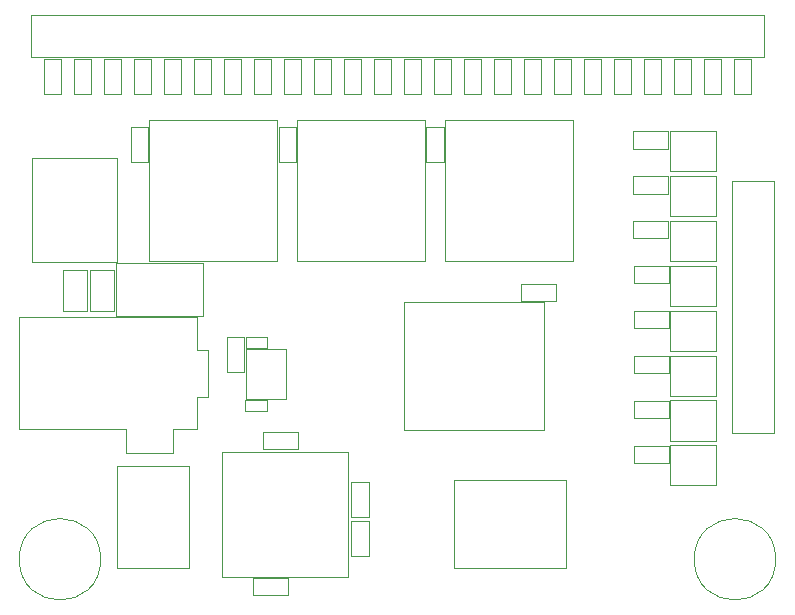
<source format=gbr>
%TF.GenerationSoftware,KiCad,Pcbnew,8.0.1*%
%TF.CreationDate,2024-04-26T21:38:42+06:30*%
%TF.ProjectId,Project,50726f6a-6563-4742-9e6b-696361645f70,1.0*%
%TF.SameCoordinates,PX60e4b00PY853a720*%
%TF.FileFunction,Other,User*%
%FSLAX46Y46*%
G04 Gerber Fmt 4.6, Leading zero omitted, Abs format (unit mm)*
G04 Created by KiCad (PCBNEW 8.0.1) date 2024-04-26 21:38:42*
%MOMM*%
%LPD*%
G01*
G04 APERTURE LIST*
%ADD10C,0.050000*%
G04 APERTURE END LIST*
D10*
%TO.C,H1*%
X7260000Y3810000D02*
G75*
G02*
X360000Y3810000I-3450000J0D01*
G01*
X360000Y3810000D02*
G75*
G02*
X7260000Y3810000I3450000J0D01*
G01*
%TO.C,Q3*%
X55484000Y32457644D02*
X55484000Y29057644D01*
X55484000Y29057644D02*
X59324000Y29057644D01*
X59324000Y32457644D02*
X55484000Y32457644D01*
X59324000Y29057644D02*
X59324000Y32457644D01*
%TO.C,Y1*%
X19520800Y21589600D02*
X19520800Y17389600D01*
X19520800Y17389600D02*
X22920800Y17389600D01*
X22920800Y21589600D02*
X19520800Y21589600D01*
X22920800Y17389600D02*
X22920800Y21589600D01*
%TO.C,R4*%
X10065000Y46184000D02*
X11525000Y46184000D01*
X10065000Y43224000D02*
X10065000Y46184000D01*
X11525000Y46184000D02*
X11525000Y43224000D01*
X11525000Y43224000D02*
X10065000Y43224000D01*
%TO.C,R3*%
X7525000Y46184000D02*
X8985000Y46184000D01*
X7525000Y43224000D02*
X7525000Y46184000D01*
X8985000Y46184000D02*
X8985000Y43224000D01*
X8985000Y43224000D02*
X7525000Y43224000D01*
%TO.C,R13*%
X32925000Y46184000D02*
X34385000Y46184000D01*
X32925000Y43224000D02*
X32925000Y46184000D01*
X34385000Y46184000D02*
X34385000Y43224000D01*
X34385000Y43224000D02*
X32925000Y43224000D01*
%TO.C,R10*%
X25305000Y46184000D02*
X26765000Y46184000D01*
X25305000Y43224000D02*
X25305000Y46184000D01*
X26765000Y46184000D02*
X26765000Y43224000D01*
X26765000Y43224000D02*
X25305000Y43224000D01*
%TO.C,C8*%
X22320500Y40392800D02*
X23780500Y40392800D01*
X22320500Y37432800D02*
X22320500Y40392800D01*
X23780500Y40392800D02*
X23780500Y37432800D01*
X23780500Y37432800D02*
X22320500Y37432800D01*
%TO.C,R12*%
X30385000Y46184000D02*
X31845000Y46184000D01*
X30385000Y43224000D02*
X30385000Y46184000D01*
X31845000Y46184000D02*
X31845000Y43224000D01*
X31845000Y43224000D02*
X30385000Y43224000D01*
%TO.C,R5*%
X12605000Y46184000D02*
X14065000Y46184000D01*
X12605000Y43224000D02*
X12605000Y46184000D01*
X14065000Y46184000D02*
X14065000Y43224000D01*
X14065000Y43224000D02*
X12605000Y43224000D01*
%TO.C,R33*%
X17950800Y22595200D02*
X19410800Y22595200D01*
X17950800Y19635200D02*
X17950800Y22595200D01*
X19410800Y22595200D02*
X19410800Y19635200D01*
X19410800Y19635200D02*
X17950800Y19635200D01*
%TO.C,R24*%
X60865000Y46184000D02*
X62325000Y46184000D01*
X60865000Y43224000D02*
X60865000Y46184000D01*
X62325000Y46184000D02*
X62325000Y43224000D01*
X62325000Y43224000D02*
X60865000Y43224000D01*
%TO.C,R31*%
X52438000Y17239932D02*
X55398000Y17239932D01*
X52438000Y15779932D02*
X52438000Y17239932D01*
X55398000Y17239932D02*
X55398000Y15779932D01*
X55398000Y15779932D02*
X52438000Y15779932D01*
%TO.C,R19*%
X48165000Y46184000D02*
X49625000Y46184000D01*
X48165000Y43224000D02*
X48165000Y46184000D01*
X49625000Y46184000D02*
X49625000Y43224000D01*
X49625000Y43224000D02*
X48165000Y43224000D01*
%TO.C,R32*%
X52438000Y13440500D02*
X55398000Y13440500D01*
X52438000Y11980500D02*
X52438000Y13440500D01*
X55398000Y13440500D02*
X55398000Y11980500D01*
X55398000Y11980500D02*
X52438000Y11980500D01*
%TO.C,C10*%
X28480000Y7055000D02*
X29940000Y7055000D01*
X28480000Y4095000D02*
X28480000Y7055000D01*
X29940000Y7055000D02*
X29940000Y4095000D01*
X29940000Y4095000D02*
X28480000Y4095000D01*
%TO.C,R25*%
X52368000Y40036500D02*
X55328000Y40036500D01*
X52368000Y38576500D02*
X52368000Y40036500D01*
X55328000Y40036500D02*
X55328000Y38576500D01*
X55328000Y38576500D02*
X52368000Y38576500D01*
%TO.C,D1*%
X8592800Y28920000D02*
X15892800Y28920000D01*
X8592800Y24420000D02*
X8592800Y28920000D01*
X15892800Y28920000D02*
X15892800Y24420000D01*
X15892800Y24420000D02*
X8592800Y24420000D01*
%TO.C,J3*%
X60684000Y35821000D02*
X60684000Y14471000D01*
X60684000Y14471000D02*
X64284000Y14471000D01*
X64284000Y35821000D02*
X60684000Y35821000D01*
X64284000Y14471000D02*
X64284000Y35821000D01*
%TO.C,J2*%
X1385000Y49934000D02*
X1385000Y46334000D01*
X1385000Y46334000D02*
X63385000Y46334000D01*
X63385000Y49934000D02*
X1385000Y49934000D01*
X63385000Y46334000D02*
X63385000Y49934000D01*
%TO.C,R26*%
X52368000Y36237072D02*
X55328000Y36237072D01*
X52368000Y34777072D02*
X52368000Y36237072D01*
X55328000Y36237072D02*
X55328000Y34777072D01*
X55328000Y34777072D02*
X52368000Y34777072D01*
%TO.C,Q4*%
X55484000Y28658216D02*
X55484000Y25258216D01*
X55484000Y25258216D02*
X59324000Y25258216D01*
X59324000Y28658216D02*
X55484000Y28658216D01*
X59324000Y25258216D02*
X59324000Y28658216D01*
%TO.C,Q1*%
X55484000Y40056500D02*
X55484000Y36656500D01*
X55484000Y36656500D02*
X59324000Y36656500D01*
X59324000Y40056500D02*
X55484000Y40056500D01*
X59324000Y36656500D02*
X59324000Y40056500D01*
%TO.C,R34*%
X28480000Y10344000D02*
X29940000Y10344000D01*
X28480000Y7384000D02*
X28480000Y10344000D01*
X29940000Y10344000D02*
X29940000Y7384000D01*
X29940000Y7384000D02*
X28480000Y7384000D01*
%TO.C,R16*%
X40545000Y46184000D02*
X42005000Y46184000D01*
X40545000Y43224000D02*
X40545000Y46184000D01*
X42005000Y46184000D02*
X42005000Y43224000D01*
X42005000Y43224000D02*
X40545000Y43224000D01*
%TO.C,C5*%
X19498000Y17257200D02*
X21318000Y17257200D01*
X19498000Y16337200D02*
X19498000Y17257200D01*
X21318000Y17257200D02*
X21318000Y16337200D01*
X21318000Y16337200D02*
X19498000Y16337200D01*
%TO.C,Q6*%
X55484000Y21059360D02*
X55484000Y17659360D01*
X55484000Y17659360D02*
X59324000Y17659360D01*
X59324000Y21059360D02*
X55484000Y21059360D01*
X59324000Y17659360D02*
X59324000Y21059360D01*
%TO.C,R7*%
X17685000Y46184000D02*
X19145000Y46184000D01*
X17685000Y43224000D02*
X17685000Y46184000D01*
X19145000Y46184000D02*
X19145000Y43224000D01*
X19145000Y43224000D02*
X17685000Y43224000D01*
%TO.C,R11*%
X27845000Y46184000D02*
X29305000Y46184000D01*
X27845000Y43224000D02*
X27845000Y46184000D01*
X29305000Y46184000D02*
X29305000Y43224000D01*
X29305000Y43224000D02*
X27845000Y43224000D01*
%TO.C,R18*%
X45625000Y46184000D02*
X47085000Y46184000D01*
X45625000Y43224000D02*
X45625000Y46184000D01*
X47085000Y46184000D02*
X47085000Y43224000D01*
X47085000Y43224000D02*
X45625000Y43224000D01*
%TO.C,R6*%
X15145000Y46184000D02*
X16605000Y46184000D01*
X15145000Y43224000D02*
X15145000Y46184000D01*
X16605000Y46184000D02*
X16605000Y43224000D01*
X16605000Y43224000D02*
X15145000Y43224000D01*
%TO.C,R1*%
X2445000Y46184000D02*
X3905000Y46184000D01*
X2445000Y43224000D02*
X2445000Y46184000D01*
X3905000Y46184000D02*
X3905000Y43224000D01*
X3905000Y43224000D02*
X2445000Y43224000D01*
%TO.C,SW1*%
X37160000Y10557200D02*
X37410000Y10557200D01*
X37160000Y10307200D02*
X37160000Y10557200D01*
X37160000Y3307200D02*
X37160000Y10307200D01*
X37160000Y3307200D02*
X37160000Y3057200D01*
X37160000Y3057200D02*
X37410000Y3057200D01*
X37410000Y10557200D02*
X46410000Y10557200D01*
X46410000Y10557200D02*
X46660000Y10557200D01*
X46410000Y3057200D02*
X37410000Y3057200D01*
X46410000Y3057200D02*
X46660000Y3057200D01*
X46660000Y10557200D02*
X46660000Y10307200D01*
X46660000Y10307200D02*
X46660000Y3307200D01*
X46660000Y3057200D02*
X46660000Y3307200D01*
%TO.C,R8*%
X20225000Y46184000D02*
X21685000Y46184000D01*
X20225000Y43224000D02*
X20225000Y46184000D01*
X21685000Y46184000D02*
X21685000Y43224000D01*
X21685000Y43224000D02*
X20225000Y43224000D01*
%TO.C,R21*%
X53245000Y46184000D02*
X54705000Y46184000D01*
X53245000Y43224000D02*
X53245000Y46184000D01*
X54705000Y46184000D02*
X54705000Y43224000D01*
X54705000Y43224000D02*
X53245000Y43224000D01*
%TO.C,Q8*%
X55484000Y13460500D02*
X55484000Y10060500D01*
X55484000Y10060500D02*
X59324000Y10060500D01*
X59324000Y13460500D02*
X55484000Y13460500D01*
X59324000Y10060500D02*
X59324000Y13460500D01*
%TO.C,C3*%
X20973600Y14598400D02*
X23933600Y14598400D01*
X20973600Y13138400D02*
X20973600Y14598400D01*
X23933600Y14598400D02*
X23933600Y13138400D01*
X23933600Y13138400D02*
X20973600Y13138400D01*
%TO.C,R17*%
X43085000Y46184000D02*
X44545000Y46184000D01*
X43085000Y43224000D02*
X43085000Y46184000D01*
X44545000Y46184000D02*
X44545000Y43224000D01*
X44545000Y43224000D02*
X43085000Y43224000D01*
%TO.C,R28*%
X52438000Y28638216D02*
X55398000Y28638216D01*
X52438000Y27178216D02*
X52438000Y28638216D01*
X55398000Y28638216D02*
X55398000Y27178216D01*
X55398000Y27178216D02*
X52438000Y27178216D01*
%TO.C,R23*%
X58325000Y46184000D02*
X59785000Y46184000D01*
X58325000Y43224000D02*
X58325000Y46184000D01*
X59785000Y46184000D02*
X59785000Y43224000D01*
X59785000Y43224000D02*
X58325000Y43224000D01*
%TO.C,Q5*%
X55484000Y24858788D02*
X55484000Y21458788D01*
X55484000Y21458788D02*
X59324000Y21458788D01*
X59324000Y24858788D02*
X55484000Y24858788D01*
X59324000Y21458788D02*
X59324000Y24858788D01*
%TO.C,C9*%
X34830000Y40392800D02*
X36290000Y40392800D01*
X34830000Y37432800D02*
X34830000Y40392800D01*
X36290000Y40392800D02*
X36290000Y37432800D01*
X36290000Y37432800D02*
X34830000Y37432800D01*
%TO.C,R29*%
X52438000Y24838788D02*
X55398000Y24838788D01*
X52438000Y23378788D02*
X52438000Y24838788D01*
X55398000Y24838788D02*
X55398000Y23378788D01*
X55398000Y23378788D02*
X52438000Y23378788D01*
%TO.C,R30*%
X52438000Y21039360D02*
X55398000Y21039360D01*
X52438000Y19579360D02*
X52438000Y21039360D01*
X55398000Y21039360D02*
X55398000Y19579360D01*
X55398000Y19579360D02*
X52438000Y19579360D01*
%TO.C,R14*%
X35465000Y46184000D02*
X36925000Y46184000D01*
X35465000Y43224000D02*
X35465000Y46184000D01*
X36925000Y46184000D02*
X36925000Y43224000D01*
X36925000Y43224000D02*
X35465000Y43224000D01*
%TO.C,R20*%
X50705000Y46184000D02*
X52165000Y46184000D01*
X50705000Y43224000D02*
X50705000Y46184000D01*
X52165000Y46184000D02*
X52165000Y43224000D01*
X52165000Y43224000D02*
X50705000Y43224000D01*
%TO.C,R2*%
X4985000Y46184000D02*
X6445000Y46184000D01*
X4985000Y43224000D02*
X4985000Y46184000D01*
X6445000Y46184000D02*
X6445000Y43224000D01*
X6445000Y43224000D02*
X4985000Y43224000D01*
%TO.C,U4*%
X23886200Y40967800D02*
X23886200Y29107800D01*
X23886200Y29107800D02*
X34686200Y29107800D01*
X34686200Y40967800D02*
X23886200Y40967800D01*
X34686200Y29107800D02*
X34686200Y40967800D01*
%TO.C,Q2*%
X55484000Y36257072D02*
X55484000Y32857072D01*
X55484000Y32857072D02*
X59324000Y32857072D01*
X59324000Y36257072D02*
X55484000Y36257072D01*
X59324000Y32857072D02*
X59324000Y36257072D01*
%TO.C,C1*%
X6386000Y28268400D02*
X8346000Y28268400D01*
X6386000Y24868400D02*
X6386000Y28268400D01*
X8346000Y28268400D02*
X8346000Y24868400D01*
X8346000Y24868400D02*
X6386000Y24868400D01*
%TO.C,C2*%
X4100000Y28268400D02*
X6060000Y28268400D01*
X4100000Y24868400D02*
X4100000Y28268400D01*
X6060000Y28268400D02*
X6060000Y24868400D01*
X6060000Y24868400D02*
X4100000Y24868400D01*
%TO.C,R22*%
X55785000Y46184000D02*
X57245000Y46184000D01*
X55785000Y43224000D02*
X55785000Y46184000D01*
X57245000Y46184000D02*
X57245000Y43224000D01*
X57245000Y43224000D02*
X55785000Y43224000D01*
%TO.C,U1*%
X17560000Y12920000D02*
X17560000Y2320000D01*
X28160000Y12920000D02*
X17560000Y12920000D01*
X28160000Y12920000D02*
X28160000Y2320000D01*
X28160000Y2320000D02*
X17560000Y2320000D01*
%TO.C,U6*%
X1480000Y37775600D02*
X1480000Y28975600D01*
X1480000Y28975600D02*
X8680000Y28975600D01*
X8680000Y37775600D02*
X1480000Y37775600D01*
X8680000Y28975600D02*
X8680000Y37775600D01*
%TO.C,R9*%
X22765000Y46184000D02*
X24225000Y46184000D01*
X22765000Y43224000D02*
X22765000Y46184000D01*
X24225000Y46184000D02*
X24225000Y43224000D01*
X24225000Y43224000D02*
X22765000Y43224000D01*
%TO.C,C4*%
X20123000Y2254000D02*
X23083000Y2254000D01*
X20123000Y794000D02*
X20123000Y2254000D01*
X23083000Y2254000D02*
X23083000Y794000D01*
X23083000Y794000D02*
X20123000Y794000D01*
%TO.C,C6*%
X19548800Y22591200D02*
X21368800Y22591200D01*
X19548800Y21671200D02*
X19548800Y22591200D01*
X21368800Y22591200D02*
X21368800Y21671200D01*
X21368800Y21671200D02*
X19548800Y21671200D01*
%TO.C,H2*%
X64410000Y3810000D02*
G75*
G02*
X57510000Y3810000I-3450000J0D01*
G01*
X57510000Y3810000D02*
G75*
G02*
X64410000Y3810000I3450000J0D01*
G01*
%TO.C,J4*%
X8609000Y11691000D02*
X8609000Y3041000D01*
X8609000Y3041000D02*
X14759000Y3041000D01*
X14759000Y11691000D02*
X8609000Y11691000D01*
X14759000Y3041000D02*
X14759000Y11691000D01*
%TO.C,U3*%
X11364000Y40967800D02*
X11364000Y29107800D01*
X11364000Y29107800D02*
X22164000Y29107800D01*
X22164000Y40967800D02*
X11364000Y40967800D01*
X22164000Y29107800D02*
X22164000Y40967800D01*
%TO.C,R15*%
X38005000Y46184000D02*
X39465000Y46184000D01*
X38005000Y43224000D02*
X38005000Y46184000D01*
X39465000Y46184000D02*
X39465000Y43224000D01*
X39465000Y43224000D02*
X38005000Y43224000D01*
%TO.C,R27*%
X52368000Y32437644D02*
X55328000Y32437644D01*
X52368000Y30977644D02*
X52368000Y32437644D01*
X55328000Y32437644D02*
X55328000Y30977644D01*
X55328000Y30977644D02*
X52368000Y30977644D01*
%TO.C,J1*%
X382000Y14808000D02*
X382000Y24308000D01*
X9382000Y14808000D02*
X382000Y14808000D01*
X9382000Y12808000D02*
X9382000Y14808000D01*
X13382000Y14808000D02*
X13382000Y12808000D01*
X13382000Y12808000D02*
X9382000Y12808000D01*
X15382000Y24308000D02*
X382000Y24308000D01*
X15382000Y24058000D02*
X15382000Y24308000D01*
X15382000Y24058000D02*
X15382000Y21558000D01*
X15382000Y21558000D02*
X16382000Y21558000D01*
X15382000Y17558000D02*
X15382000Y14808000D01*
X15382000Y14808000D02*
X13382000Y14808000D01*
X16382000Y21558000D02*
X16382000Y17558000D01*
X16382000Y17558000D02*
X15382000Y17558000D01*
%TO.C,C11*%
X42807000Y27146000D02*
X45767000Y27146000D01*
X42807000Y25686000D02*
X42807000Y27146000D01*
X45767000Y27146000D02*
X45767000Y25686000D01*
X45767000Y25686000D02*
X42807000Y25686000D01*
%TO.C,U5*%
X36408400Y40967800D02*
X36408400Y29107800D01*
X36408400Y29107800D02*
X47208400Y29107800D01*
X47208400Y40967800D02*
X36408400Y40967800D01*
X47208400Y29107800D02*
X47208400Y40967800D01*
%TO.C,U2*%
X32932000Y25580000D02*
X32932000Y14780000D01*
X32932000Y14780000D02*
X44792000Y14780000D01*
X44792000Y25580000D02*
X32932000Y25580000D01*
X44792000Y14780000D02*
X44792000Y25580000D01*
%TO.C,C7*%
X9811000Y40392800D02*
X11271000Y40392800D01*
X9811000Y37432800D02*
X9811000Y40392800D01*
X11271000Y40392800D02*
X11271000Y37432800D01*
X11271000Y37432800D02*
X9811000Y37432800D01*
%TO.C,Q7*%
X55484000Y17259932D02*
X55484000Y13859932D01*
X55484000Y13859932D02*
X59324000Y13859932D01*
X59324000Y17259932D02*
X55484000Y17259932D01*
X59324000Y13859932D02*
X59324000Y17259932D01*
%TD*%
M02*

</source>
